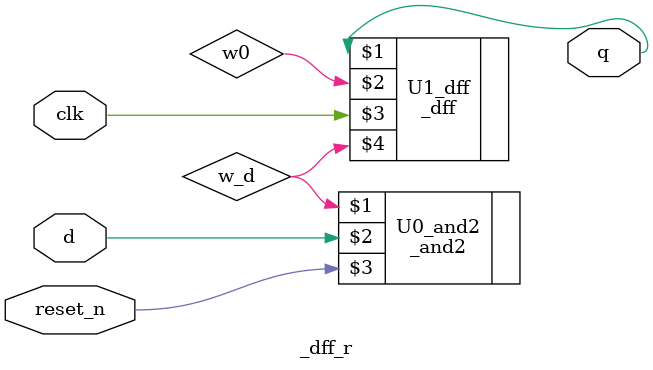
<source format=v>
module _dff_r(q, clk, reset_n, d);	//resettable D Flip-Flop
	input clk, reset_n, d;
	output q;
	
	wire w_d;
	
	_and2 U0_and2(w_d, d, reset_n);		//if reset_n = 0, output is 0
	_dff U1_dff(q, w0, clk, w_d);		//D flip-flop

endmodule

</source>
